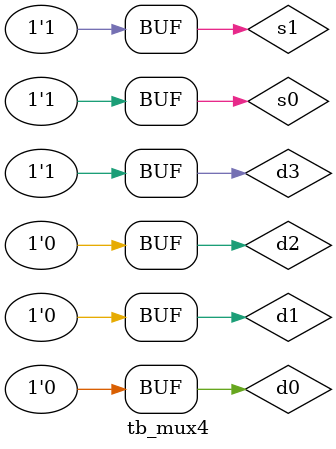
<source format=v>
`timescale 1ns/1ps
module mux2 (in0, in1, select, out);

input in0,in1,select;  
output out;
wire s0,w0,w1; 

not n1 (s0, select);
and a1 (w0, s0, in0);
and a2 (w1, select, in1);
or g3	(out, w0, w1); 

endmodule

module mux4(D0,D1,D2,D3,S0,S1,Y);
	input D0,D1,D2,D3,S0,S1;
	output Y;
	wire wire1,wire2;

	mux2 m1(D0,D1,S0,wire1);
	mux2 m2(D2,D3,S0,wire2);
	mux2 m3(wire1,wire2,S1,Y);
endmodule

module tb_mux4;

	reg d0;
	reg d1;
	reg d2;
	reg d3;
	reg s0;
	reg s1;
	wire OUT;

	mux4 uut(d0,d1,d2,d3,s0,s1,OUT);

	initial 
	begin

	$dumpfile ("mux4_out.vcd"); 
	$dumpvars(0, tb_mux4);

	d0=1;
	d1=0;
	d2=0;
	d3=0;
	s0=0;
	s1=0;
	#10
	
	s1=0; s0=0; d0=0; d1=0; d2=0; d3=0;	#10;
	s1=0; s0=1; d0=0; d1=0; d2=0; d3=0;	#10;
	s1=0; s0=1; d0=0; d1=1; d2=0; d3=0;	#10;
	s1=1; s0=0; d0=0; d1=0; d2=0; d3=0;	#10;
	s1=1; s0=0; d0=0; d1=0; d2=1; d3=0;	#10;
	s1=1; s0=1; d0=0; d1=0; d2=0; d3=0;	#10;
	s1=1; s0=1; d0=0; d1=0; d2=0; d3=1;	#10;
	

	end

endmodule
	
	
	

</source>
